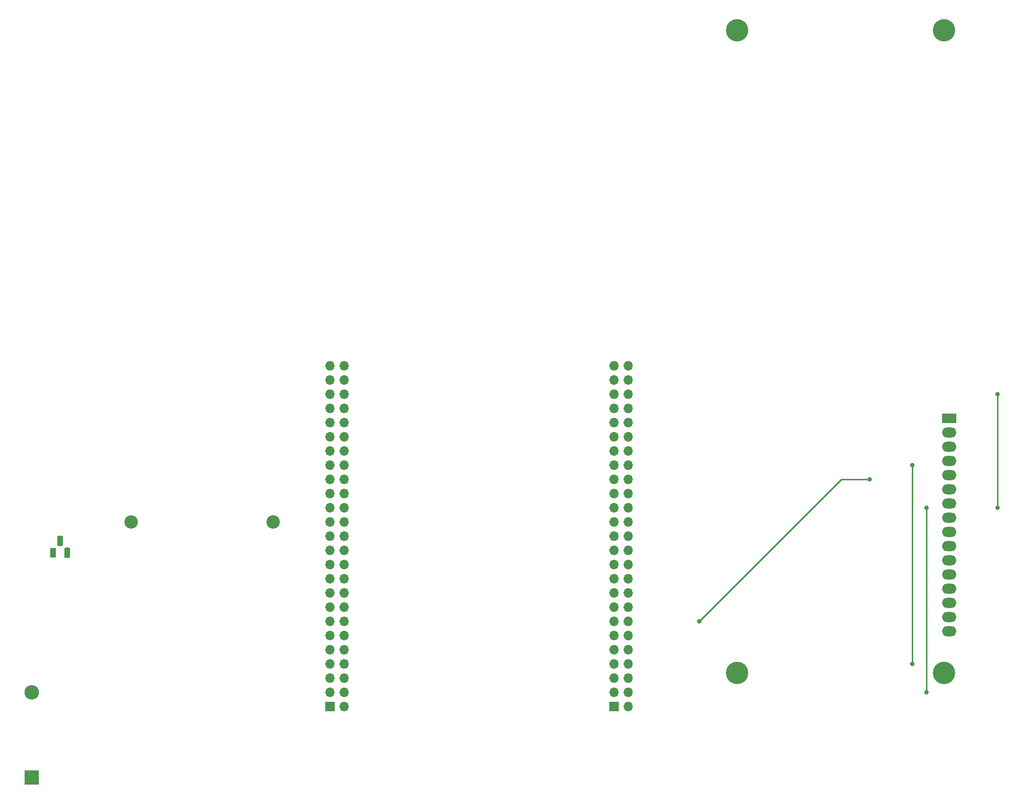
<source format=gbr>
%TF.GenerationSoftware,KiCad,Pcbnew,(7.0.0)*%
%TF.CreationDate,2023-06-01T08:47:21-06:00*%
%TF.ProjectId,ENCE 3231 final project,454e4345-2033-4323-9331-2066696e616c,rev?*%
%TF.SameCoordinates,Original*%
%TF.FileFunction,Copper,L2,Bot*%
%TF.FilePolarity,Positive*%
%FSLAX46Y46*%
G04 Gerber Fmt 4.6, Leading zero omitted, Abs format (unit mm)*
G04 Created by KiCad (PCBNEW (7.0.0)) date 2023-06-01 08:47:21*
%MOMM*%
%LPD*%
G01*
G04 APERTURE LIST*
G04 Aperture macros list*
%AMRoundRect*
0 Rectangle with rounded corners*
0 $1 Rounding radius*
0 $2 $3 $4 $5 $6 $7 $8 $9 X,Y pos of 4 corners*
0 Add a 4 corners polygon primitive as box body*
4,1,4,$2,$3,$4,$5,$6,$7,$8,$9,$2,$3,0*
0 Add four circle primitives for the rounded corners*
1,1,$1+$1,$2,$3*
1,1,$1+$1,$4,$5*
1,1,$1+$1,$6,$7*
1,1,$1+$1,$8,$9*
0 Add four rect primitives between the rounded corners*
20,1,$1+$1,$2,$3,$4,$5,0*
20,1,$1+$1,$4,$5,$6,$7,0*
20,1,$1+$1,$6,$7,$8,$9,0*
20,1,$1+$1,$8,$9,$2,$3,0*%
G04 Aperture macros list end*
%TA.AperFunction,ComponentPad*%
%ADD10C,4.000000*%
%TD*%
%TA.AperFunction,ComponentPad*%
%ADD11R,2.600000X1.800000*%
%TD*%
%TA.AperFunction,ComponentPad*%
%ADD12O,2.600000X1.800000*%
%TD*%
%TA.AperFunction,ComponentPad*%
%ADD13R,2.600000X2.600000*%
%TD*%
%TA.AperFunction,ComponentPad*%
%ADD14O,2.600000X2.600000*%
%TD*%
%TA.AperFunction,ComponentPad*%
%ADD15R,1.700000X1.700000*%
%TD*%
%TA.AperFunction,ComponentPad*%
%ADD16O,1.700000X1.700000*%
%TD*%
%TA.AperFunction,ComponentPad*%
%ADD17R,1.100000X1.800000*%
%TD*%
%TA.AperFunction,ComponentPad*%
%ADD18RoundRect,0.275000X-0.275000X-0.625000X0.275000X-0.625000X0.275000X0.625000X-0.275000X0.625000X0*%
%TD*%
%TA.AperFunction,ComponentPad*%
%ADD19C,2.400000*%
%TD*%
%TA.AperFunction,ComponentPad*%
%ADD20O,2.400000X2.400000*%
%TD*%
%TA.AperFunction,ViaPad*%
%ADD21C,0.800000*%
%TD*%
%TA.AperFunction,Conductor*%
%ADD22C,0.250000*%
%TD*%
G04 APERTURE END LIST*
D10*
%TO.P,DS1,*%
%TO.N,*%
X191076740Y-36479580D03*
X154076560Y-36479580D03*
X191076740Y-151480620D03*
X154076560Y-151480620D03*
D11*
%TO.P,DS1,1,LEDK*%
%TO.N,GND*%
X192077499Y-105879999D03*
D12*
%TO.P,DS1,2,LEDA*%
%TO.N,3.3V*%
X192077499Y-108419999D03*
%TO.P,DS1,3,VSS*%
%TO.N,GND*%
X192077499Y-110959999D03*
%TO.P,DS1,4,VDD*%
%TO.N,5V*%
X192077499Y-113499999D03*
%TO.P,DS1,5,Vo*%
%TO.N,Net-(DS1-Vo)*%
X192077499Y-116039999D03*
%TO.P,DS1,6,RS*%
%TO.N,Rs*%
X192077499Y-118579999D03*
%TO.P,DS1,7,R/~{W}*%
%TO.N,GND*%
X192077499Y-121119999D03*
%TO.P,DS1,8,E*%
%TO.N,E*%
X192077499Y-123659999D03*
%TO.P,DS1,9,DB0*%
%TO.N,unconnected-(DS1-DB0-Pad9)*%
X192077499Y-126199999D03*
%TO.P,DS1,10,DB1*%
%TO.N,unconnected-(DS1-DB1-Pad10)*%
X192077499Y-128739999D03*
%TO.P,DS1,11,DB2*%
%TO.N,unconnected-(DS1-DB2-Pad11)*%
X192077499Y-131279999D03*
%TO.P,DS1,12,DB3*%
%TO.N,unconnected-(DS1-DB3-Pad12)*%
X192077499Y-133819999D03*
%TO.P,DS1,13,DB4*%
%TO.N,D4*%
X192077499Y-136359999D03*
%TO.P,DS1,14,DB5*%
%TO.N,D5*%
X192077499Y-138899999D03*
%TO.P,DS1,15,DB6*%
%TO.N,D6*%
X192077499Y-141439999D03*
%TO.P,DS1,16,DB7*%
%TO.N,D7*%
X192077499Y-143979999D03*
%TD*%
D13*
%TO.P,D1,1,A1*%
%TO.N,5V*%
X27939999Y-170179999D03*
D14*
%TO.P,D1,2,A2*%
%TO.N,Net-(D1-A2)*%
X27939999Y-154939999D03*
%TD*%
D15*
%TO.P,J2,1,Pin_1*%
%TO.N,GND*%
X81279999Y-157479999D03*
D16*
%TO.P,J2,2,Pin_2*%
X83819999Y-157479999D03*
%TO.P,J2,3,Pin_3*%
%TO.N,unconnected-(J2-Pin_3-Pad3)*%
X81279999Y-154939999D03*
%TO.P,J2,4,Pin_4*%
%TO.N,unconnected-(J2-Pin_4-Pad4)*%
X83819999Y-154939999D03*
%TO.P,J2,5,Pin_5*%
%TO.N,unconnected-(J2-Pin_5-Pad5)*%
X81279999Y-152399999D03*
%TO.P,J2,6,Pin_6*%
%TO.N,unconnected-(J2-Pin_6-Pad6)*%
X83819999Y-152399999D03*
%TO.P,J2,7,Pin_7*%
%TO.N,unconnected-(J2-Pin_7-Pad7)*%
X81279999Y-149859999D03*
%TO.P,J2,8,Pin_8*%
%TO.N,unconnected-(J2-Pin_8-Pad8)*%
X83819999Y-149859999D03*
%TO.P,J2,9,Pin_9*%
%TO.N,unconnected-(J2-Pin_9-Pad9)*%
X81279999Y-147319999D03*
%TO.P,J2,10,Pin_10*%
%TO.N,unconnected-(J2-Pin_10-Pad10)*%
X83819999Y-147319999D03*
%TO.P,J2,11,Pin_11*%
%TO.N,unconnected-(J2-Pin_11-Pad11)*%
X81279999Y-144779999D03*
%TO.P,J2,12,Pin_12*%
%TO.N,unconnected-(J2-Pin_12-Pad12)*%
X83819999Y-144779999D03*
%TO.P,J2,13,Pin_13*%
%TO.N,unconnected-(J2-Pin_13-Pad13)*%
X81279999Y-142239999D03*
%TO.P,J2,14,Pin_14*%
%TO.N,unconnected-(J2-Pin_14-Pad14)*%
X83819999Y-142239999D03*
%TO.P,J2,15,Pin_15*%
%TO.N,unconnected-(J2-Pin_15-Pad15)*%
X81279999Y-139699999D03*
%TO.P,J2,16,Pin_16*%
%TO.N,unconnected-(J2-Pin_16-Pad16)*%
X83819999Y-139699999D03*
%TO.P,J2,17,Pin_17*%
%TO.N,unconnected-(J2-Pin_17-Pad17)*%
X81279999Y-137159999D03*
%TO.P,J2,18,Pin_18*%
%TO.N,unconnected-(J2-Pin_18-Pad18)*%
X83819999Y-137159999D03*
%TO.P,J2,19,Pin_19*%
%TO.N,unconnected-(J2-Pin_19-Pad19)*%
X81279999Y-134619999D03*
%TO.P,J2,20,Pin_20*%
%TO.N,unconnected-(J2-Pin_20-Pad20)*%
X83819999Y-134619999D03*
%TO.P,J2,21,Pin_21*%
%TO.N,unconnected-(J2-Pin_21-Pad21)*%
X81279999Y-132079999D03*
%TO.P,J2,22,Pin_22*%
%TO.N,unconnected-(J2-Pin_22-Pad22)*%
X83819999Y-132079999D03*
%TO.P,J2,23,Pin_23*%
%TO.N,unconnected-(J2-Pin_23-Pad23)*%
X81279999Y-129539999D03*
%TO.P,J2,24,Pin_24*%
%TO.N,unconnected-(J2-Pin_24-Pad24)*%
X83819999Y-129539999D03*
%TO.P,J2,25,Pin_25*%
%TO.N,unconnected-(J2-Pin_25-Pad25)*%
X81279999Y-126999999D03*
%TO.P,J2,26,Pin_26*%
%TO.N,unconnected-(J2-Pin_26-Pad26)*%
X83819999Y-126999999D03*
%TO.P,J2,27,Pin_27*%
%TO.N,unconnected-(J2-Pin_27-Pad27)*%
X81279999Y-124459999D03*
%TO.P,J2,28,Pin_28*%
%TO.N,Motor_PWM*%
X83819999Y-124459999D03*
%TO.P,J2,29,Pin_29*%
%TO.N,unconnected-(J2-Pin_29-Pad29)*%
X81279999Y-121919999D03*
%TO.P,J2,30,Pin_30*%
%TO.N,unconnected-(J2-Pin_30-Pad30)*%
X83819999Y-121919999D03*
%TO.P,J2,31,Pin_31*%
%TO.N,unconnected-(J2-Pin_31-Pad31)*%
X81279999Y-119379999D03*
%TO.P,J2,32,Pin_32*%
%TO.N,unconnected-(J2-Pin_32-Pad32)*%
X83819999Y-119379999D03*
%TO.P,J2,33,Pin_33*%
%TO.N,unconnected-(J2-Pin_33-Pad33)*%
X81279999Y-116839999D03*
%TO.P,J2,34,Pin_34*%
%TO.N,unconnected-(J2-Pin_34-Pad34)*%
X83819999Y-116839999D03*
%TO.P,J2,35,Pin_35*%
%TO.N,unconnected-(J2-Pin_35-Pad35)*%
X81279999Y-114299999D03*
%TO.P,J2,36,Pin_36*%
%TO.N,unconnected-(J2-Pin_36-Pad36)*%
X83819999Y-114299999D03*
%TO.P,J2,37,Pin_37*%
%TO.N,unconnected-(J2-Pin_37-Pad37)*%
X81279999Y-111759999D03*
%TO.P,J2,38,Pin_38*%
%TO.N,unconnected-(J2-Pin_38-Pad38)*%
X83819999Y-111759999D03*
%TO.P,J2,39,Pin_39*%
%TO.N,unconnected-(J2-Pin_39-Pad39)*%
X81279999Y-109219999D03*
%TO.P,J2,40,Pin_40*%
%TO.N,unconnected-(J2-Pin_40-Pad40)*%
X83819999Y-109219999D03*
%TO.P,J2,41,Pin_41*%
%TO.N,unconnected-(J2-Pin_41-Pad41)*%
X81279999Y-106679999D03*
%TO.P,J2,42,Pin_42*%
%TO.N,unconnected-(J2-Pin_42-Pad42)*%
X83819999Y-106679999D03*
%TO.P,J2,43,Pin_43*%
%TO.N,unconnected-(J2-Pin_43-Pad43)*%
X81279999Y-104139999D03*
%TO.P,J2,44,Pin_44*%
%TO.N,unconnected-(J2-Pin_44-Pad44)*%
X83819999Y-104139999D03*
%TO.P,J2,45,Pin_45*%
%TO.N,unconnected-(J2-Pin_45-Pad45)*%
X81279999Y-101599999D03*
%TO.P,J2,46,Pin_46*%
%TO.N,unconnected-(J2-Pin_46-Pad46)*%
X83819999Y-101599999D03*
%TO.P,J2,47,Pin_47*%
%TO.N,unconnected-(J2-Pin_47-Pad47)*%
X81279999Y-99059999D03*
%TO.P,J2,48,Pin_48*%
%TO.N,unconnected-(J2-Pin_48-Pad48)*%
X83819999Y-99059999D03*
%TO.P,J2,49,Pin_49*%
%TO.N,GND*%
X81279999Y-96519999D03*
%TO.P,J2,50,Pin_50*%
X83819999Y-96519999D03*
%TD*%
D17*
%TO.P,Q1,1,C*%
%TO.N,Net-(D1-A2)*%
X31749999Y-129939999D03*
D18*
%TO.P,Q1,2,B*%
%TO.N,Net-(Q1-B)*%
X33020000Y-127870000D03*
%TO.P,Q1,3,E*%
%TO.N,GND*%
X34290000Y-129940000D03*
%TD*%
D19*
%TO.P,R1,1*%
%TO.N,Motor_PWM*%
X71120000Y-124460000D03*
D20*
%TO.P,R1,2*%
%TO.N,Net-(Q1-B)*%
X45719999Y-124459999D03*
%TD*%
D15*
%TO.P,J1,1,Pin_1*%
%TO.N,GND*%
X132079999Y-157479999D03*
D16*
%TO.P,J1,2,Pin_2*%
X134619999Y-157479999D03*
%TO.P,J1,3,Pin_3*%
%TO.N,5V*%
X132079999Y-154939999D03*
%TO.P,J1,4,Pin_4*%
X134619999Y-154939999D03*
%TO.P,J1,5,Pin_5*%
%TO.N,3.3V*%
X132079999Y-152399999D03*
%TO.P,J1,6,Pin_6*%
%TO.N,unconnected-(J1-Pin_6-Pad6)*%
X134619999Y-152399999D03*
%TO.P,J1,7,Pin_7*%
%TO.N,unconnected-(J1-Pin_7-Pad7)*%
X132079999Y-149859999D03*
%TO.P,J1,8,Pin_8*%
%TO.N,unconnected-(J1-Pin_8-Pad8)*%
X134619999Y-149859999D03*
%TO.P,J1,9,Pin_9*%
%TO.N,unconnected-(J1-Pin_9-Pad9)*%
X132079999Y-147319999D03*
%TO.P,J1,10,Pin_10*%
%TO.N,unconnected-(J1-Pin_10-Pad10)*%
X134619999Y-147319999D03*
%TO.P,J1,11,Pin_11*%
%TO.N,unconnected-(J1-Pin_11-Pad11)*%
X132079999Y-144779999D03*
%TO.P,J1,12,Pin_12*%
%TO.N,unconnected-(J1-Pin_12-Pad12)*%
X134619999Y-144779999D03*
%TO.P,J1,13,Pin_13*%
%TO.N,unconnected-(J1-Pin_13-Pad13)*%
X132079999Y-142239999D03*
%TO.P,J1,14,Pin_14*%
%TO.N,unconnected-(J1-Pin_14-Pad14)*%
X134619999Y-142239999D03*
%TO.P,J1,15,Pin_15*%
%TO.N,unconnected-(J1-Pin_15-Pad15)*%
X132079999Y-139699999D03*
%TO.P,J1,16,Pin_16*%
%TO.N,unconnected-(J1-Pin_16-Pad16)*%
X134619999Y-139699999D03*
%TO.P,J1,17,Pin_17*%
%TO.N,unconnected-(J1-Pin_17-Pad17)*%
X132079999Y-137159999D03*
%TO.P,J1,18,Pin_18*%
%TO.N,unconnected-(J1-Pin_18-Pad18)*%
X134619999Y-137159999D03*
%TO.P,J1,19,Pin_19*%
%TO.N,unconnected-(J1-Pin_19-Pad19)*%
X132079999Y-134619999D03*
%TO.P,J1,20,Pin_20*%
%TO.N,unconnected-(J1-Pin_20-Pad20)*%
X134619999Y-134619999D03*
%TO.P,J1,21,Pin_21*%
%TO.N,unconnected-(J1-Pin_21-Pad21)*%
X132079999Y-132079999D03*
%TO.P,J1,22,Pin_22*%
%TO.N,unconnected-(J1-Pin_22-Pad22)*%
X134619999Y-132079999D03*
%TO.P,J1,23,Pin_23*%
%TO.N,unconnected-(J1-Pin_23-Pad23)*%
X132079999Y-129539999D03*
%TO.P,J1,24,Pin_24*%
%TO.N,unconnected-(J1-Pin_24-Pad24)*%
X134619999Y-129539999D03*
%TO.P,J1,25,Pin_25*%
%TO.N,unconnected-(J1-Pin_25-Pad25)*%
X132079999Y-126999999D03*
%TO.P,J1,26,Pin_26*%
%TO.N,unconnected-(J1-Pin_26-Pad26)*%
X134619999Y-126999999D03*
%TO.P,J1,27,Pin_27*%
%TO.N,unconnected-(J1-Pin_27-Pad27)*%
X132079999Y-124459999D03*
%TO.P,J1,28,Pin_28*%
%TO.N,Input_Signal*%
X134619999Y-124459999D03*
%TO.P,J1,29,Pin_29*%
%TO.N,unconnected-(J1-Pin_29-Pad29)*%
X132079999Y-121919999D03*
%TO.P,J1,30,Pin_30*%
%TO.N,unconnected-(J1-Pin_30-Pad30)*%
X134619999Y-121919999D03*
%TO.P,J1,31,Pin_31*%
%TO.N,unconnected-(J1-Pin_31-Pad31)*%
X132079999Y-119379999D03*
%TO.P,J1,32,Pin_32*%
%TO.N,unconnected-(J1-Pin_32-Pad32)*%
X134619999Y-119379999D03*
%TO.P,J1,33,Pin_33*%
%TO.N,unconnected-(J1-Pin_33-Pad33)*%
X132079999Y-116839999D03*
%TO.P,J1,34,Pin_34*%
%TO.N,unconnected-(J1-Pin_34-Pad34)*%
X134619999Y-116839999D03*
%TO.P,J1,35,Pin_35*%
%TO.N,unconnected-(J1-Pin_35-Pad35)*%
X132079999Y-114299999D03*
%TO.P,J1,36,Pin_36*%
%TO.N,unconnected-(J1-Pin_36-Pad36)*%
X134619999Y-114299999D03*
%TO.P,J1,37,Pin_37*%
%TO.N,unconnected-(J1-Pin_37-Pad37)*%
X132079999Y-111759999D03*
%TO.P,J1,38,Pin_38*%
%TO.N,unconnected-(J1-Pin_38-Pad38)*%
X134619999Y-111759999D03*
%TO.P,J1,39,Pin_39*%
%TO.N,D7*%
X132079999Y-109219999D03*
%TO.P,J1,40,Pin_40*%
%TO.N,D6*%
X134619999Y-109219999D03*
%TO.P,J1,41,Pin_41*%
%TO.N,D5*%
X132079999Y-106679999D03*
%TO.P,J1,42,Pin_42*%
%TO.N,E*%
X134619999Y-106679999D03*
%TO.P,J1,43,Pin_43*%
%TO.N,D4*%
X132079999Y-104139999D03*
%TO.P,J1,44,Pin_44*%
%TO.N,Rs*%
X134619999Y-104139999D03*
%TO.P,J1,45,Pin_45*%
%TO.N,unconnected-(J1-Pin_45-Pad45)*%
X132079999Y-101599999D03*
%TO.P,J1,46,Pin_46*%
%TO.N,unconnected-(J1-Pin_46-Pad46)*%
X134619999Y-101599999D03*
%TO.P,J1,47,Pin_47*%
%TO.N,unconnected-(J1-Pin_47-Pad47)*%
X132079999Y-99059999D03*
%TO.P,J1,48,Pin_48*%
%TO.N,unconnected-(J1-Pin_48-Pad48)*%
X134619999Y-99059999D03*
%TO.P,J1,49,Pin_49*%
%TO.N,GND*%
X132079999Y-96519999D03*
%TO.P,J1,50,Pin_50*%
X134619999Y-96519999D03*
%TD*%
D21*
%TO.N,GND*%
X187960000Y-154940000D03*
X187960000Y-121920000D03*
%TO.N,E*%
X200660000Y-121920000D03*
X200660000Y-101600000D03*
%TO.N,5V*%
X185420000Y-114300000D03*
X185420000Y-149860000D03*
%TO.N,3.3V*%
X147320000Y-142240000D03*
X177800000Y-116840000D03*
%TD*%
D22*
%TO.N,GND*%
X187960000Y-121920000D02*
X187960000Y-154940000D01*
%TO.N,E*%
X200660000Y-101600000D02*
X200660000Y-121920000D01*
%TO.N,5V*%
X185420000Y-114300000D02*
X185420000Y-149860000D01*
%TO.N,3.3V*%
X147320000Y-142240000D02*
X172720000Y-116840000D01*
X172720000Y-116840000D02*
X177800000Y-116840000D01*
%TD*%
M02*

</source>
